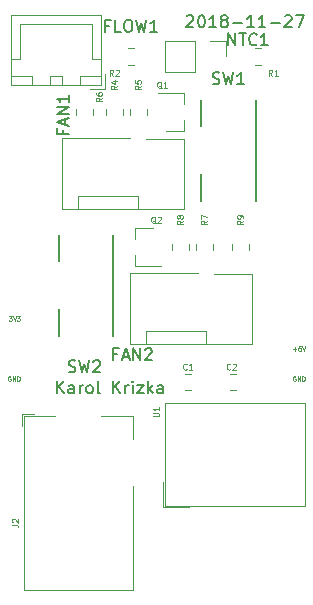
<source format=gbr>
G04 #@! TF.GenerationSoftware,KiCad,Pcbnew,5.0.0*
G04 #@! TF.CreationDate,2018-11-27T11:54:03-08:00*
G04 #@! TF.ProjectId,fanpower,66616E706F7765722E6B696361645F70,rev?*
G04 #@! TF.SameCoordinates,Original*
G04 #@! TF.FileFunction,Legend,Top*
G04 #@! TF.FilePolarity,Positive*
%FSLAX46Y46*%
G04 Gerber Fmt 4.6, Leading zero omitted, Abs format (unit mm)*
G04 Created by KiCad (PCBNEW 5.0.0) date Tue Nov 27 11:54:03 2018*
%MOMM*%
%LPD*%
G01*
G04 APERTURE LIST*
%ADD10C,0.127000*%
%ADD11C,0.076200*%
%ADD12C,0.120000*%
%ADD13C,0.150000*%
G04 APERTURE END LIST*
D10*
X202202142Y-83614380D02*
X202250523Y-83566000D01*
X202347285Y-83517619D01*
X202589190Y-83517619D01*
X202685952Y-83566000D01*
X202734333Y-83614380D01*
X202782714Y-83711142D01*
X202782714Y-83807904D01*
X202734333Y-83953047D01*
X202153761Y-84533619D01*
X202782714Y-84533619D01*
X203411666Y-83517619D02*
X203508428Y-83517619D01*
X203605190Y-83566000D01*
X203653571Y-83614380D01*
X203701952Y-83711142D01*
X203750333Y-83904666D01*
X203750333Y-84146571D01*
X203701952Y-84340095D01*
X203653571Y-84436857D01*
X203605190Y-84485238D01*
X203508428Y-84533619D01*
X203411666Y-84533619D01*
X203314904Y-84485238D01*
X203266523Y-84436857D01*
X203218142Y-84340095D01*
X203169761Y-84146571D01*
X203169761Y-83904666D01*
X203218142Y-83711142D01*
X203266523Y-83614380D01*
X203314904Y-83566000D01*
X203411666Y-83517619D01*
X204717952Y-84533619D02*
X204137380Y-84533619D01*
X204427666Y-84533619D02*
X204427666Y-83517619D01*
X204330904Y-83662761D01*
X204234142Y-83759523D01*
X204137380Y-83807904D01*
X205298523Y-83953047D02*
X205201761Y-83904666D01*
X205153380Y-83856285D01*
X205105000Y-83759523D01*
X205105000Y-83711142D01*
X205153380Y-83614380D01*
X205201761Y-83566000D01*
X205298523Y-83517619D01*
X205492047Y-83517619D01*
X205588809Y-83566000D01*
X205637190Y-83614380D01*
X205685571Y-83711142D01*
X205685571Y-83759523D01*
X205637190Y-83856285D01*
X205588809Y-83904666D01*
X205492047Y-83953047D01*
X205298523Y-83953047D01*
X205201761Y-84001428D01*
X205153380Y-84049809D01*
X205105000Y-84146571D01*
X205105000Y-84340095D01*
X205153380Y-84436857D01*
X205201761Y-84485238D01*
X205298523Y-84533619D01*
X205492047Y-84533619D01*
X205588809Y-84485238D01*
X205637190Y-84436857D01*
X205685571Y-84340095D01*
X205685571Y-84146571D01*
X205637190Y-84049809D01*
X205588809Y-84001428D01*
X205492047Y-83953047D01*
X206121000Y-84146571D02*
X206895095Y-84146571D01*
X207911095Y-84533619D02*
X207330523Y-84533619D01*
X207620809Y-84533619D02*
X207620809Y-83517619D01*
X207524047Y-83662761D01*
X207427285Y-83759523D01*
X207330523Y-83807904D01*
X208878714Y-84533619D02*
X208298142Y-84533619D01*
X208588428Y-84533619D02*
X208588428Y-83517619D01*
X208491666Y-83662761D01*
X208394904Y-83759523D01*
X208298142Y-83807904D01*
X209314142Y-84146571D02*
X210088238Y-84146571D01*
X210523666Y-83614380D02*
X210572047Y-83566000D01*
X210668809Y-83517619D01*
X210910714Y-83517619D01*
X211007476Y-83566000D01*
X211055857Y-83614380D01*
X211104238Y-83711142D01*
X211104238Y-83807904D01*
X211055857Y-83953047D01*
X210475285Y-84533619D01*
X211104238Y-84533619D01*
X211442904Y-83517619D02*
X212120238Y-83517619D01*
X211684809Y-84533619D01*
X191207571Y-115521619D02*
X191207571Y-114505619D01*
X191788142Y-115521619D02*
X191352714Y-114941047D01*
X191788142Y-114505619D02*
X191207571Y-115086190D01*
X192659000Y-115521619D02*
X192659000Y-114989428D01*
X192610619Y-114892666D01*
X192513857Y-114844285D01*
X192320333Y-114844285D01*
X192223571Y-114892666D01*
X192659000Y-115473238D02*
X192562238Y-115521619D01*
X192320333Y-115521619D01*
X192223571Y-115473238D01*
X192175190Y-115376476D01*
X192175190Y-115279714D01*
X192223571Y-115182952D01*
X192320333Y-115134571D01*
X192562238Y-115134571D01*
X192659000Y-115086190D01*
X193142809Y-115521619D02*
X193142809Y-114844285D01*
X193142809Y-115037809D02*
X193191190Y-114941047D01*
X193239571Y-114892666D01*
X193336333Y-114844285D01*
X193433095Y-114844285D01*
X193916904Y-115521619D02*
X193820142Y-115473238D01*
X193771761Y-115424857D01*
X193723380Y-115328095D01*
X193723380Y-115037809D01*
X193771761Y-114941047D01*
X193820142Y-114892666D01*
X193916904Y-114844285D01*
X194062047Y-114844285D01*
X194158809Y-114892666D01*
X194207190Y-114941047D01*
X194255571Y-115037809D01*
X194255571Y-115328095D01*
X194207190Y-115424857D01*
X194158809Y-115473238D01*
X194062047Y-115521619D01*
X193916904Y-115521619D01*
X194836142Y-115521619D02*
X194739380Y-115473238D01*
X194691000Y-115376476D01*
X194691000Y-114505619D01*
X195997285Y-115521619D02*
X195997285Y-114505619D01*
X196577857Y-115521619D02*
X196142428Y-114941047D01*
X196577857Y-114505619D02*
X195997285Y-115086190D01*
X197013285Y-115521619D02*
X197013285Y-114844285D01*
X197013285Y-115037809D02*
X197061666Y-114941047D01*
X197110047Y-114892666D01*
X197206809Y-114844285D01*
X197303571Y-114844285D01*
X197642238Y-115521619D02*
X197642238Y-114844285D01*
X197642238Y-114505619D02*
X197593857Y-114554000D01*
X197642238Y-114602380D01*
X197690619Y-114554000D01*
X197642238Y-114505619D01*
X197642238Y-114602380D01*
X198029285Y-114844285D02*
X198561476Y-114844285D01*
X198029285Y-115521619D01*
X198561476Y-115521619D01*
X198948523Y-115521619D02*
X198948523Y-114505619D01*
X199045285Y-115134571D02*
X199335571Y-115521619D01*
X199335571Y-114844285D02*
X198948523Y-115231333D01*
X200206428Y-115521619D02*
X200206428Y-114989428D01*
X200158047Y-114892666D01*
X200061285Y-114844285D01*
X199867761Y-114844285D01*
X199771000Y-114892666D01*
X200206428Y-115473238D02*
X200109666Y-115521619D01*
X199867761Y-115521619D01*
X199771000Y-115473238D01*
X199722619Y-115376476D01*
X199722619Y-115279714D01*
X199771000Y-115182952D01*
X199867761Y-115134571D01*
X200109666Y-115134571D01*
X200206428Y-115086190D01*
D11*
X187166612Y-109011357D02*
X187402470Y-109011357D01*
X187275470Y-109156500D01*
X187329898Y-109156500D01*
X187366184Y-109174642D01*
X187384327Y-109192785D01*
X187402470Y-109229071D01*
X187402470Y-109319785D01*
X187384327Y-109356071D01*
X187366184Y-109374214D01*
X187329898Y-109392357D01*
X187221041Y-109392357D01*
X187184755Y-109374214D01*
X187166612Y-109356071D01*
X187511327Y-109011357D02*
X187638327Y-109392357D01*
X187765327Y-109011357D01*
X187856041Y-109011357D02*
X188091898Y-109011357D01*
X187964898Y-109156500D01*
X188019327Y-109156500D01*
X188055612Y-109174642D01*
X188073755Y-109192785D01*
X188091898Y-109229071D01*
X188091898Y-109319785D01*
X188073755Y-109356071D01*
X188055612Y-109374214D01*
X188019327Y-109392357D01*
X187910470Y-109392357D01*
X187874184Y-109374214D01*
X187856041Y-109356071D01*
X187293612Y-114109500D02*
X187257327Y-114091357D01*
X187202898Y-114091357D01*
X187148470Y-114109500D01*
X187112184Y-114145785D01*
X187094041Y-114182071D01*
X187075898Y-114254642D01*
X187075898Y-114309071D01*
X187094041Y-114381642D01*
X187112184Y-114417928D01*
X187148470Y-114454214D01*
X187202898Y-114472357D01*
X187239184Y-114472357D01*
X187293612Y-114454214D01*
X187311755Y-114436071D01*
X187311755Y-114309071D01*
X187239184Y-114309071D01*
X187475041Y-114472357D02*
X187475041Y-114091357D01*
X187692755Y-114472357D01*
X187692755Y-114091357D01*
X187874184Y-114472357D02*
X187874184Y-114091357D01*
X187964898Y-114091357D01*
X188019327Y-114109500D01*
X188055612Y-114145785D01*
X188073755Y-114182071D01*
X188091898Y-114254642D01*
X188091898Y-114309071D01*
X188073755Y-114381642D01*
X188055612Y-114417928D01*
X188019327Y-114454214D01*
X187964898Y-114472357D01*
X187874184Y-114472357D01*
X211413815Y-114109500D02*
X211377530Y-114091357D01*
X211323101Y-114091357D01*
X211268672Y-114109500D01*
X211232387Y-114145785D01*
X211214244Y-114182071D01*
X211196101Y-114254642D01*
X211196101Y-114309071D01*
X211214244Y-114381642D01*
X211232387Y-114417928D01*
X211268672Y-114454214D01*
X211323101Y-114472357D01*
X211359387Y-114472357D01*
X211413815Y-114454214D01*
X211431958Y-114436071D01*
X211431958Y-114309071D01*
X211359387Y-114309071D01*
X211595244Y-114472357D02*
X211595244Y-114091357D01*
X211812958Y-114472357D01*
X211812958Y-114091357D01*
X211994387Y-114472357D02*
X211994387Y-114091357D01*
X212085101Y-114091357D01*
X212139530Y-114109500D01*
X212175815Y-114145785D01*
X212193958Y-114182071D01*
X212212101Y-114254642D01*
X212212101Y-114309071D01*
X212193958Y-114381642D01*
X212175815Y-114417928D01*
X212139530Y-114454214D01*
X212085101Y-114472357D01*
X211994387Y-114472357D01*
X211214244Y-111787214D02*
X211504530Y-111787214D01*
X211359387Y-111932357D02*
X211359387Y-111642071D01*
X211867387Y-111551357D02*
X211685958Y-111551357D01*
X211667815Y-111732785D01*
X211685958Y-111714642D01*
X211722244Y-111696500D01*
X211812958Y-111696500D01*
X211849244Y-111714642D01*
X211867387Y-111732785D01*
X211885530Y-111769071D01*
X211885530Y-111859785D01*
X211867387Y-111896071D01*
X211849244Y-111914214D01*
X211812958Y-111932357D01*
X211722244Y-111932357D01*
X211685958Y-111914214D01*
X211667815Y-111896071D01*
X211994387Y-111551357D02*
X212121387Y-111932357D01*
X212248387Y-111551357D01*
D12*
G04 #@! TO.C,FLOW1*
X194965000Y-89455000D02*
X194965000Y-83485000D01*
X194965000Y-83485000D02*
X187345000Y-83485000D01*
X187345000Y-83485000D02*
X187345000Y-89455000D01*
X187345000Y-89455000D02*
X194965000Y-89455000D01*
X191655000Y-89445000D02*
X191655000Y-88695000D01*
X191655000Y-88695000D02*
X190655000Y-88695000D01*
X190655000Y-88695000D02*
X190655000Y-89445000D01*
X190655000Y-89445000D02*
X191655000Y-89445000D01*
X194955000Y-89445000D02*
X194955000Y-88695000D01*
X194955000Y-88695000D02*
X193155000Y-88695000D01*
X193155000Y-88695000D02*
X193155000Y-89445000D01*
X193155000Y-89445000D02*
X194955000Y-89445000D01*
X189155000Y-89445000D02*
X189155000Y-88695000D01*
X189155000Y-88695000D02*
X187355000Y-88695000D01*
X187355000Y-88695000D02*
X187355000Y-89445000D01*
X187355000Y-89445000D02*
X189155000Y-89445000D01*
X194955000Y-87195000D02*
X194205000Y-87195000D01*
X194205000Y-87195000D02*
X194205000Y-84245000D01*
X194205000Y-84245000D02*
X191155000Y-84245000D01*
X187355000Y-87195000D02*
X188105000Y-87195000D01*
X188105000Y-87195000D02*
X188105000Y-84245000D01*
X188105000Y-84245000D02*
X191155000Y-84245000D01*
X194005000Y-89745000D02*
X195255000Y-89745000D01*
X195255000Y-89745000D02*
X195255000Y-88495000D01*
G04 #@! TO.C,Q2*
X197868000Y-101544000D02*
X199328000Y-101544000D01*
X197868000Y-104704000D02*
X200028000Y-104704000D01*
X197868000Y-104704000D02*
X197868000Y-103774000D01*
X197868000Y-101544000D02*
X197868000Y-102474000D01*
G04 #@! TO.C,Q1*
X201944000Y-93274000D02*
X201944000Y-92344000D01*
X201944000Y-90114000D02*
X201944000Y-91044000D01*
X201944000Y-90114000D02*
X199784000Y-90114000D01*
X201944000Y-93274000D02*
X200484000Y-93274000D01*
G04 #@! TO.C,R9*
X206046000Y-102865422D02*
X206046000Y-103382578D01*
X207466000Y-102865422D02*
X207466000Y-103382578D01*
G04 #@! TO.C,R6*
X194258000Y-91435422D02*
X194258000Y-91952578D01*
X192838000Y-91435422D02*
X192838000Y-91952578D01*
G04 #@! TO.C,R7*
X204418000Y-103382578D02*
X204418000Y-102865422D01*
X202998000Y-103382578D02*
X202998000Y-102865422D01*
G04 #@! TO.C,R8*
X200966000Y-103382578D02*
X200966000Y-102865422D01*
X202386000Y-103382578D02*
X202386000Y-102865422D01*
G04 #@! TO.C,C1*
X202036618Y-113850478D02*
X202553774Y-113850478D01*
X202036618Y-115270478D02*
X202553774Y-115270478D01*
G04 #@! TO.C,C2*
X206363774Y-113850478D02*
X205846618Y-113850478D01*
X206363774Y-115270478D02*
X205846618Y-115270478D01*
G04 #@! TO.C,J2*
X189290000Y-117264000D02*
X188240000Y-117264000D01*
X188240000Y-118314000D02*
X188240000Y-117264000D01*
X197640000Y-123364000D02*
X197640000Y-132164000D01*
X197640000Y-132164000D02*
X188440000Y-132164000D01*
X194940000Y-117464000D02*
X197640000Y-117464000D01*
X197640000Y-117464000D02*
X197640000Y-119364000D01*
X188440000Y-132164000D02*
X188440000Y-117464000D01*
X188440000Y-117464000D02*
X191040000Y-117464000D01*
G04 #@! TO.C,NTC1*
X200346000Y-85665000D02*
X200346000Y-88325000D01*
X202946000Y-85665000D02*
X200346000Y-85665000D01*
X202946000Y-88325000D02*
X200346000Y-88325000D01*
X202946000Y-85665000D02*
X202946000Y-88325000D01*
X204216000Y-85665000D02*
X205546000Y-85665000D01*
X205546000Y-85665000D02*
X205546000Y-86995000D01*
G04 #@! TO.C,FAN1*
X198120000Y-98810000D02*
X198120000Y-99820000D01*
X193040000Y-98810000D02*
X198120000Y-98810000D01*
X193040000Y-99820000D02*
X193040000Y-98810000D01*
X191690000Y-99920000D02*
X191690000Y-93920000D01*
X201990000Y-99920000D02*
X191690000Y-99920000D01*
X201990000Y-93970000D02*
X201990000Y-99920000D01*
X198790000Y-93970000D02*
X201990000Y-93970000D01*
X191690000Y-93920000D02*
X197440000Y-93920000D01*
G04 #@! TO.C,FAN2*
X197405000Y-105350000D02*
X203155000Y-105350000D01*
X204505000Y-105400000D02*
X207705000Y-105400000D01*
X207705000Y-105400000D02*
X207705000Y-111350000D01*
X207705000Y-111350000D02*
X197405000Y-111350000D01*
X197405000Y-111350000D02*
X197405000Y-105350000D01*
X198755000Y-111250000D02*
X198755000Y-110240000D01*
X198755000Y-110240000D02*
X203835000Y-110240000D01*
X203835000Y-110240000D02*
X203835000Y-111250000D01*
G04 #@! TO.C,R1*
X208538578Y-86285000D02*
X208021422Y-86285000D01*
X208538578Y-87705000D02*
X208021422Y-87705000D01*
G04 #@! TO.C,R2*
X197743578Y-87705000D02*
X197226422Y-87705000D01*
X197743578Y-86285000D02*
X197226422Y-86285000D01*
G04 #@! TO.C,R4*
X196798000Y-91435422D02*
X196798000Y-91952578D01*
X195378000Y-91435422D02*
X195378000Y-91952578D01*
G04 #@! TO.C,R5*
X198830000Y-91435422D02*
X198830000Y-91952578D01*
X197410000Y-91435422D02*
X197410000Y-91952578D01*
D13*
G04 #@! TO.C,SW1*
X203440000Y-96960000D02*
X203440000Y-99260000D01*
X203440000Y-90660000D02*
X203440000Y-92860000D01*
X208040000Y-90660000D02*
X208040000Y-99260000D01*
G04 #@! TO.C,SW2*
X195975000Y-102090000D02*
X195975000Y-110690000D01*
X191375000Y-102090000D02*
X191375000Y-104290000D01*
X191375000Y-108390000D02*
X191375000Y-110690000D01*
D12*
G04 #@! TO.C,U1*
X200248000Y-123036000D02*
X200248000Y-125186000D01*
X200248000Y-125186000D02*
X202398000Y-125186000D01*
X200398000Y-116336000D02*
X200398000Y-125036000D01*
X200398000Y-125036000D02*
X212198000Y-125036000D01*
X212198000Y-125036000D02*
X212198000Y-116336000D01*
X212198000Y-116336000D02*
X200398000Y-116336000D01*
G04 #@! TO.C,FLOW1*
D13*
X195651666Y-84383571D02*
X195318333Y-84383571D01*
X195318333Y-84907380D02*
X195318333Y-83907380D01*
X195794523Y-83907380D01*
X196651666Y-84907380D02*
X196175476Y-84907380D01*
X196175476Y-83907380D01*
X197175476Y-83907380D02*
X197365952Y-83907380D01*
X197461190Y-83955000D01*
X197556428Y-84050238D01*
X197604047Y-84240714D01*
X197604047Y-84574047D01*
X197556428Y-84764523D01*
X197461190Y-84859761D01*
X197365952Y-84907380D01*
X197175476Y-84907380D01*
X197080238Y-84859761D01*
X196985000Y-84764523D01*
X196937380Y-84574047D01*
X196937380Y-84240714D01*
X196985000Y-84050238D01*
X197080238Y-83955000D01*
X197175476Y-83907380D01*
X197937380Y-83907380D02*
X198175476Y-84907380D01*
X198365952Y-84193095D01*
X198556428Y-84907380D01*
X198794523Y-83907380D01*
X199699285Y-84907380D02*
X199127857Y-84907380D01*
X199413571Y-84907380D02*
X199413571Y-83907380D01*
X199318333Y-84050238D01*
X199223095Y-84145476D01*
X199127857Y-84193095D01*
G04 #@! TO.C,Q2*
D11*
X199595619Y-101116190D02*
X199547238Y-101092000D01*
X199498857Y-101043619D01*
X199426285Y-100971047D01*
X199377904Y-100946857D01*
X199329523Y-100946857D01*
X199353714Y-101067809D02*
X199305333Y-101043619D01*
X199256952Y-100995238D01*
X199232761Y-100898476D01*
X199232761Y-100729142D01*
X199256952Y-100632380D01*
X199305333Y-100584000D01*
X199353714Y-100559809D01*
X199450476Y-100559809D01*
X199498857Y-100584000D01*
X199547238Y-100632380D01*
X199571428Y-100729142D01*
X199571428Y-100898476D01*
X199547238Y-100995238D01*
X199498857Y-101043619D01*
X199450476Y-101067809D01*
X199353714Y-101067809D01*
X199764952Y-100608190D02*
X199789142Y-100584000D01*
X199837523Y-100559809D01*
X199958476Y-100559809D01*
X200006857Y-100584000D01*
X200031047Y-100608190D01*
X200055238Y-100656571D01*
X200055238Y-100704952D01*
X200031047Y-100777523D01*
X199740761Y-101067809D01*
X200055238Y-101067809D01*
G04 #@! TO.C,Q1*
X200103619Y-89686190D02*
X200055238Y-89662000D01*
X200006857Y-89613619D01*
X199934285Y-89541047D01*
X199885904Y-89516857D01*
X199837523Y-89516857D01*
X199861714Y-89637809D02*
X199813333Y-89613619D01*
X199764952Y-89565238D01*
X199740761Y-89468476D01*
X199740761Y-89299142D01*
X199764952Y-89202380D01*
X199813333Y-89154000D01*
X199861714Y-89129809D01*
X199958476Y-89129809D01*
X200006857Y-89154000D01*
X200055238Y-89202380D01*
X200079428Y-89299142D01*
X200079428Y-89468476D01*
X200055238Y-89565238D01*
X200006857Y-89613619D01*
X199958476Y-89637809D01*
X199861714Y-89637809D01*
X200563238Y-89637809D02*
X200272952Y-89637809D01*
X200418095Y-89637809D02*
X200418095Y-89129809D01*
X200369714Y-89202380D01*
X200321333Y-89250761D01*
X200272952Y-89274952D01*
G04 #@! TO.C,R9*
X206985809Y-100922666D02*
X206743904Y-101092000D01*
X206985809Y-101212952D02*
X206477809Y-101212952D01*
X206477809Y-101019428D01*
X206502000Y-100971047D01*
X206526190Y-100946857D01*
X206574571Y-100922666D01*
X206647142Y-100922666D01*
X206695523Y-100946857D01*
X206719714Y-100971047D01*
X206743904Y-101019428D01*
X206743904Y-101212952D01*
X206985809Y-100680761D02*
X206985809Y-100584000D01*
X206961619Y-100535619D01*
X206937428Y-100511428D01*
X206864857Y-100463047D01*
X206768095Y-100438857D01*
X206574571Y-100438857D01*
X206526190Y-100463047D01*
X206502000Y-100487238D01*
X206477809Y-100535619D01*
X206477809Y-100632380D01*
X206502000Y-100680761D01*
X206526190Y-100704952D01*
X206574571Y-100729142D01*
X206695523Y-100729142D01*
X206743904Y-100704952D01*
X206768095Y-100680761D01*
X206792285Y-100632380D01*
X206792285Y-100535619D01*
X206768095Y-100487238D01*
X206743904Y-100463047D01*
X206695523Y-100438857D01*
G04 #@! TO.C,R6*
X195047809Y-90508666D02*
X194805904Y-90678000D01*
X195047809Y-90798952D02*
X194539809Y-90798952D01*
X194539809Y-90605428D01*
X194564000Y-90557047D01*
X194588190Y-90532857D01*
X194636571Y-90508666D01*
X194709142Y-90508666D01*
X194757523Y-90532857D01*
X194781714Y-90557047D01*
X194805904Y-90605428D01*
X194805904Y-90798952D01*
X194539809Y-90073238D02*
X194539809Y-90170000D01*
X194564000Y-90218380D01*
X194588190Y-90242571D01*
X194660761Y-90290952D01*
X194757523Y-90315142D01*
X194951047Y-90315142D01*
X194999428Y-90290952D01*
X195023619Y-90266761D01*
X195047809Y-90218380D01*
X195047809Y-90121619D01*
X195023619Y-90073238D01*
X194999428Y-90049047D01*
X194951047Y-90024857D01*
X194830095Y-90024857D01*
X194781714Y-90049047D01*
X194757523Y-90073238D01*
X194733333Y-90121619D01*
X194733333Y-90218380D01*
X194757523Y-90266761D01*
X194781714Y-90290952D01*
X194830095Y-90315142D01*
G04 #@! TO.C,R7*
X203937809Y-100922666D02*
X203695904Y-101092000D01*
X203937809Y-101212952D02*
X203429809Y-101212952D01*
X203429809Y-101019428D01*
X203454000Y-100971047D01*
X203478190Y-100946857D01*
X203526571Y-100922666D01*
X203599142Y-100922666D01*
X203647523Y-100946857D01*
X203671714Y-100971047D01*
X203695904Y-101019428D01*
X203695904Y-101212952D01*
X203429809Y-100753333D02*
X203429809Y-100414666D01*
X203937809Y-100632380D01*
G04 #@! TO.C,R8*
X201905809Y-100922666D02*
X201663904Y-101092000D01*
X201905809Y-101212952D02*
X201397809Y-101212952D01*
X201397809Y-101019428D01*
X201422000Y-100971047D01*
X201446190Y-100946857D01*
X201494571Y-100922666D01*
X201567142Y-100922666D01*
X201615523Y-100946857D01*
X201639714Y-100971047D01*
X201663904Y-101019428D01*
X201663904Y-101212952D01*
X201615523Y-100632380D02*
X201591333Y-100680761D01*
X201567142Y-100704952D01*
X201518761Y-100729142D01*
X201494571Y-100729142D01*
X201446190Y-100704952D01*
X201422000Y-100680761D01*
X201397809Y-100632380D01*
X201397809Y-100535619D01*
X201422000Y-100487238D01*
X201446190Y-100463047D01*
X201494571Y-100438857D01*
X201518761Y-100438857D01*
X201567142Y-100463047D01*
X201591333Y-100487238D01*
X201615523Y-100535619D01*
X201615523Y-100632380D01*
X201639714Y-100680761D01*
X201663904Y-100704952D01*
X201712285Y-100729142D01*
X201809047Y-100729142D01*
X201857428Y-100704952D01*
X201881619Y-100680761D01*
X201905809Y-100632380D01*
X201905809Y-100535619D01*
X201881619Y-100487238D01*
X201857428Y-100463047D01*
X201809047Y-100438857D01*
X201712285Y-100438857D01*
X201663904Y-100463047D01*
X201639714Y-100487238D01*
X201615523Y-100535619D01*
G04 #@! TO.C,C1*
X202210529Y-113465428D02*
X202186338Y-113489619D01*
X202113767Y-113513809D01*
X202065386Y-113513809D01*
X201992815Y-113489619D01*
X201944434Y-113441238D01*
X201920243Y-113392857D01*
X201896053Y-113296095D01*
X201896053Y-113223523D01*
X201920243Y-113126761D01*
X201944434Y-113078380D01*
X201992815Y-113030000D01*
X202065386Y-113005809D01*
X202113767Y-113005809D01*
X202186338Y-113030000D01*
X202210529Y-113054190D01*
X202694338Y-113513809D02*
X202404053Y-113513809D01*
X202549196Y-113513809D02*
X202549196Y-113005809D01*
X202500815Y-113078380D01*
X202452434Y-113126761D01*
X202404053Y-113150952D01*
G04 #@! TO.C,C2*
X205909333Y-113465428D02*
X205885142Y-113489619D01*
X205812571Y-113513809D01*
X205764190Y-113513809D01*
X205691619Y-113489619D01*
X205643238Y-113441238D01*
X205619047Y-113392857D01*
X205594857Y-113296095D01*
X205594857Y-113223523D01*
X205619047Y-113126761D01*
X205643238Y-113078380D01*
X205691619Y-113030000D01*
X205764190Y-113005809D01*
X205812571Y-113005809D01*
X205885142Y-113030000D01*
X205909333Y-113054190D01*
X206102857Y-113054190D02*
X206127047Y-113030000D01*
X206175428Y-113005809D01*
X206296380Y-113005809D01*
X206344761Y-113030000D01*
X206368952Y-113054190D01*
X206393142Y-113102571D01*
X206393142Y-113150952D01*
X206368952Y-113223523D01*
X206078666Y-113513809D01*
X206393142Y-113513809D01*
G04 #@! TO.C,J2*
X187427809Y-126661333D02*
X187790666Y-126661333D01*
X187863238Y-126685523D01*
X187911619Y-126733904D01*
X187935809Y-126806476D01*
X187935809Y-126854857D01*
X187476190Y-126443619D02*
X187452000Y-126419428D01*
X187427809Y-126371047D01*
X187427809Y-126250095D01*
X187452000Y-126201714D01*
X187476190Y-126177523D01*
X187524571Y-126153333D01*
X187572952Y-126153333D01*
X187645523Y-126177523D01*
X187935809Y-126467809D01*
X187935809Y-126153333D01*
G04 #@! TO.C,NTC1*
D13*
X205748142Y-86050380D02*
X205748142Y-85050380D01*
X206319571Y-86050380D01*
X206319571Y-85050380D01*
X206652904Y-85050380D02*
X207224333Y-85050380D01*
X206938619Y-86050380D02*
X206938619Y-85050380D01*
X208129095Y-85955142D02*
X208081476Y-86002761D01*
X207938619Y-86050380D01*
X207843380Y-86050380D01*
X207700523Y-86002761D01*
X207605285Y-85907523D01*
X207557666Y-85812285D01*
X207510047Y-85621809D01*
X207510047Y-85478952D01*
X207557666Y-85288476D01*
X207605285Y-85193238D01*
X207700523Y-85098000D01*
X207843380Y-85050380D01*
X207938619Y-85050380D01*
X208081476Y-85098000D01*
X208129095Y-85145619D01*
X209081476Y-86050380D02*
X208510047Y-86050380D01*
X208795761Y-86050380D02*
X208795761Y-85050380D01*
X208700523Y-85193238D01*
X208605285Y-85288476D01*
X208510047Y-85336095D01*
G04 #@! TO.C,FAN1*
X191698571Y-93233714D02*
X191698571Y-93567047D01*
X192222380Y-93567047D02*
X191222380Y-93567047D01*
X191222380Y-93090857D01*
X191936666Y-92757523D02*
X191936666Y-92281333D01*
X192222380Y-92852761D02*
X191222380Y-92519428D01*
X192222380Y-92186095D01*
X192222380Y-91852761D02*
X191222380Y-91852761D01*
X192222380Y-91281333D01*
X191222380Y-91281333D01*
X192222380Y-90281333D02*
X192222380Y-90852761D01*
X192222380Y-90567047D02*
X191222380Y-90567047D01*
X191365238Y-90662285D01*
X191460476Y-90757523D01*
X191508095Y-90852761D01*
G04 #@! TO.C,FAN2*
X196326285Y-112196571D02*
X195992952Y-112196571D01*
X195992952Y-112720380D02*
X195992952Y-111720380D01*
X196469142Y-111720380D01*
X196802476Y-112434666D02*
X197278666Y-112434666D01*
X196707238Y-112720380D02*
X197040571Y-111720380D01*
X197373904Y-112720380D01*
X197707238Y-112720380D02*
X197707238Y-111720380D01*
X198278666Y-112720380D01*
X198278666Y-111720380D01*
X198707238Y-111815619D02*
X198754857Y-111768000D01*
X198850095Y-111720380D01*
X199088190Y-111720380D01*
X199183428Y-111768000D01*
X199231047Y-111815619D01*
X199278666Y-111910857D01*
X199278666Y-112006095D01*
X199231047Y-112148952D01*
X198659619Y-112720380D01*
X199278666Y-112720380D01*
G04 #@! TO.C,R1*
D11*
X209465333Y-88621809D02*
X209296000Y-88379904D01*
X209175047Y-88621809D02*
X209175047Y-88113809D01*
X209368571Y-88113809D01*
X209416952Y-88138000D01*
X209441142Y-88162190D01*
X209465333Y-88210571D01*
X209465333Y-88283142D01*
X209441142Y-88331523D01*
X209416952Y-88355714D01*
X209368571Y-88379904D01*
X209175047Y-88379904D01*
X209949142Y-88621809D02*
X209658857Y-88621809D01*
X209804000Y-88621809D02*
X209804000Y-88113809D01*
X209755619Y-88186380D01*
X209707238Y-88234761D01*
X209658857Y-88258952D01*
G04 #@! TO.C,R2*
X196003333Y-88621809D02*
X195834000Y-88379904D01*
X195713047Y-88621809D02*
X195713047Y-88113809D01*
X195906571Y-88113809D01*
X195954952Y-88138000D01*
X195979142Y-88162190D01*
X196003333Y-88210571D01*
X196003333Y-88283142D01*
X195979142Y-88331523D01*
X195954952Y-88355714D01*
X195906571Y-88379904D01*
X195713047Y-88379904D01*
X196196857Y-88162190D02*
X196221047Y-88138000D01*
X196269428Y-88113809D01*
X196390380Y-88113809D01*
X196438761Y-88138000D01*
X196462952Y-88162190D01*
X196487142Y-88210571D01*
X196487142Y-88258952D01*
X196462952Y-88331523D01*
X196172666Y-88621809D01*
X196487142Y-88621809D01*
G04 #@! TO.C,R4*
X196317809Y-89492666D02*
X196075904Y-89662000D01*
X196317809Y-89782952D02*
X195809809Y-89782952D01*
X195809809Y-89589428D01*
X195834000Y-89541047D01*
X195858190Y-89516857D01*
X195906571Y-89492666D01*
X195979142Y-89492666D01*
X196027523Y-89516857D01*
X196051714Y-89541047D01*
X196075904Y-89589428D01*
X196075904Y-89782952D01*
X195979142Y-89057238D02*
X196317809Y-89057238D01*
X195785619Y-89178190D02*
X196148476Y-89299142D01*
X196148476Y-88984666D01*
G04 #@! TO.C,R5*
X198349809Y-89492666D02*
X198107904Y-89662000D01*
X198349809Y-89782952D02*
X197841809Y-89782952D01*
X197841809Y-89589428D01*
X197866000Y-89541047D01*
X197890190Y-89516857D01*
X197938571Y-89492666D01*
X198011142Y-89492666D01*
X198059523Y-89516857D01*
X198083714Y-89541047D01*
X198107904Y-89589428D01*
X198107904Y-89782952D01*
X197841809Y-89033047D02*
X197841809Y-89274952D01*
X198083714Y-89299142D01*
X198059523Y-89274952D01*
X198035333Y-89226571D01*
X198035333Y-89105619D01*
X198059523Y-89057238D01*
X198083714Y-89033047D01*
X198132095Y-89008857D01*
X198253047Y-89008857D01*
X198301428Y-89033047D01*
X198325619Y-89057238D01*
X198349809Y-89105619D01*
X198349809Y-89226571D01*
X198325619Y-89274952D01*
X198301428Y-89299142D01*
G04 #@! TO.C,SW1*
D13*
X204406666Y-89304761D02*
X204549523Y-89352380D01*
X204787619Y-89352380D01*
X204882857Y-89304761D01*
X204930476Y-89257142D01*
X204978095Y-89161904D01*
X204978095Y-89066666D01*
X204930476Y-88971428D01*
X204882857Y-88923809D01*
X204787619Y-88876190D01*
X204597142Y-88828571D01*
X204501904Y-88780952D01*
X204454285Y-88733333D01*
X204406666Y-88638095D01*
X204406666Y-88542857D01*
X204454285Y-88447619D01*
X204501904Y-88400000D01*
X204597142Y-88352380D01*
X204835238Y-88352380D01*
X204978095Y-88400000D01*
X205311428Y-88352380D02*
X205549523Y-89352380D01*
X205740000Y-88638095D01*
X205930476Y-89352380D01*
X206168571Y-88352380D01*
X207073333Y-89352380D02*
X206501904Y-89352380D01*
X206787619Y-89352380D02*
X206787619Y-88352380D01*
X206692380Y-88495238D01*
X206597142Y-88590476D01*
X206501904Y-88638095D01*
G04 #@! TO.C,SW2*
X192214666Y-113688761D02*
X192357523Y-113736380D01*
X192595619Y-113736380D01*
X192690857Y-113688761D01*
X192738476Y-113641142D01*
X192786095Y-113545904D01*
X192786095Y-113450666D01*
X192738476Y-113355428D01*
X192690857Y-113307809D01*
X192595619Y-113260190D01*
X192405142Y-113212571D01*
X192309904Y-113164952D01*
X192262285Y-113117333D01*
X192214666Y-113022095D01*
X192214666Y-112926857D01*
X192262285Y-112831619D01*
X192309904Y-112784000D01*
X192405142Y-112736380D01*
X192643238Y-112736380D01*
X192786095Y-112784000D01*
X193119428Y-112736380D02*
X193357523Y-113736380D01*
X193548000Y-113022095D01*
X193738476Y-113736380D01*
X193976571Y-112736380D01*
X194309904Y-112831619D02*
X194357523Y-112784000D01*
X194452761Y-112736380D01*
X194690857Y-112736380D01*
X194786095Y-112784000D01*
X194833714Y-112831619D01*
X194881333Y-112926857D01*
X194881333Y-113022095D01*
X194833714Y-113164952D01*
X194262285Y-113736380D01*
X194881333Y-113736380D01*
G04 #@! TO.C,U1*
D11*
X199365809Y-117481047D02*
X199777047Y-117481047D01*
X199825428Y-117456857D01*
X199849619Y-117432666D01*
X199873809Y-117384285D01*
X199873809Y-117287523D01*
X199849619Y-117239142D01*
X199825428Y-117214952D01*
X199777047Y-117190761D01*
X199365809Y-117190761D01*
X199873809Y-116682761D02*
X199873809Y-116973047D01*
X199873809Y-116827904D02*
X199365809Y-116827904D01*
X199438380Y-116876285D01*
X199486761Y-116924666D01*
X199510952Y-116973047D01*
G04 #@! TD*
M02*

</source>
